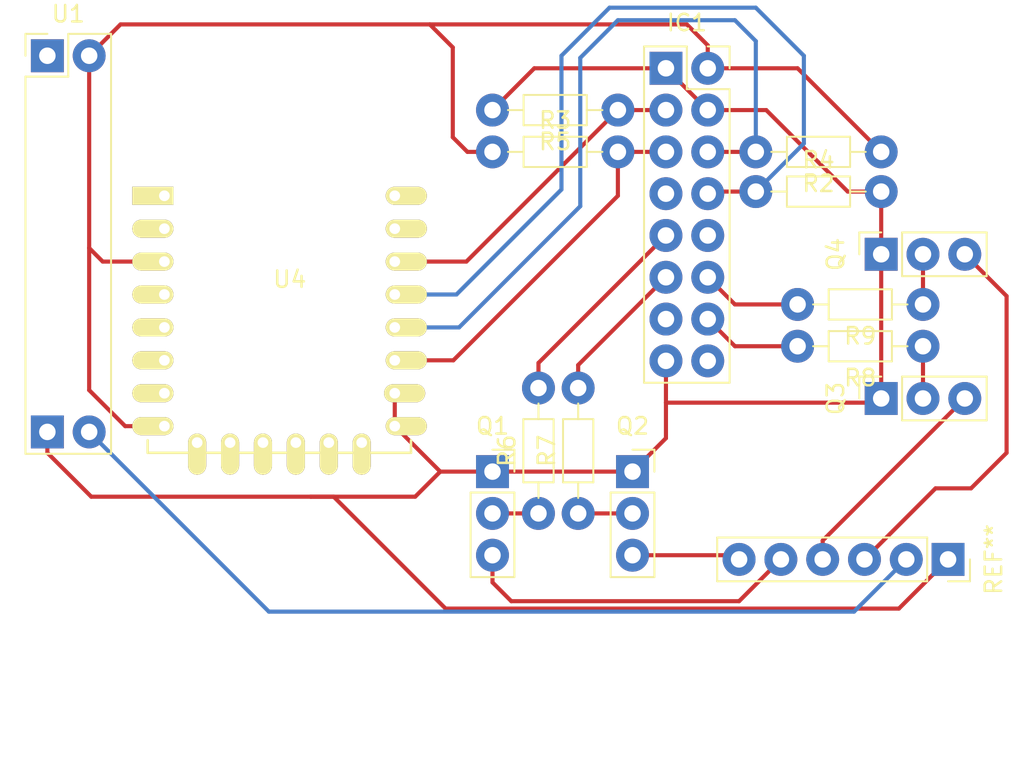
<source format=kicad_pcb>
(kicad_pcb (version 20171130) (host pcbnew "(5.1.6)-1")

  (general
    (thickness 1.6)
    (drawings 0)
    (tracks 96)
    (zones 0)
    (modules 16)
    (nets 34)
  )

  (page A4)
  (layers
    (0 F.Cu signal)
    (31 B.Cu signal)
    (32 B.Adhes user)
    (33 F.Adhes user)
    (34 B.Paste user)
    (35 F.Paste user)
    (36 B.SilkS user)
    (37 F.SilkS user)
    (38 B.Mask user)
    (39 F.Mask user)
    (40 Dwgs.User user)
    (41 Cmts.User user)
    (42 Eco1.User user)
    (43 Eco2.User user)
    (44 Edge.Cuts user)
    (45 Margin user)
    (46 B.CrtYd user)
    (47 F.CrtYd user)
    (48 B.Fab user)
    (49 F.Fab user)
  )

  (setup
    (last_trace_width 0.25)
    (trace_clearance 0.2)
    (zone_clearance 0.508)
    (zone_45_only no)
    (trace_min 0.2)
    (via_size 0.8)
    (via_drill 0.4)
    (via_min_size 0.4)
    (via_min_drill 0.3)
    (uvia_size 0.3)
    (uvia_drill 0.1)
    (uvias_allowed no)
    (uvia_min_size 0.2)
    (uvia_min_drill 0.1)
    (edge_width 0.15)
    (segment_width 0.2)
    (pcb_text_width 0.3)
    (pcb_text_size 1.5 1.5)
    (mod_edge_width 0.15)
    (mod_text_size 1 1)
    (mod_text_width 0.15)
    (pad_size 2 2)
    (pad_drill 1)
    (pad_to_mask_clearance 0.051)
    (solder_mask_min_width 0.25)
    (aux_axis_origin 0 0)
    (visible_elements 7FFFFFFF)
    (pcbplotparams
      (layerselection 0x010fc_ffffffff)
      (usegerberextensions false)
      (usegerberattributes false)
      (usegerberadvancedattributes false)
      (creategerberjobfile false)
      (excludeedgelayer true)
      (linewidth 0.100000)
      (plotframeref false)
      (viasonmask false)
      (mode 1)
      (useauxorigin false)
      (hpglpennumber 1)
      (hpglpenspeed 20)
      (hpglpendiameter 15.000000)
      (psnegative false)
      (psa4output false)
      (plotreference true)
      (plotvalue true)
      (plotinvisibletext false)
      (padsonsilk false)
      (subtractmaskfromsilk false)
      (outputformat 1)
      (mirror false)
      (drillshape 1)
      (scaleselection 1)
      (outputdirectory ""))
  )

  (net 0 "")
  (net 1 "Net-(IC1-Pad2)")
  (net 2 "Net-(IC1-Pad3)")
  (net 3 "Net-(IC1-Pad4)")
  (net 4 "Net-(IC1-Pad5)")
  (net 5 "Net-(IC1-Pad6)")
  (net 6 "Net-(IC1-Pad7)")
  (net 7 "Net-(IC1-Pad9)")
  (net 8 "Net-(IC1-Pad10)")
  (net 9 "Net-(IC1-Pad11)")
  (net 10 "Net-(IC1-Pad12)")
  (net 11 "Net-(IC1-Pad13)")
  (net 12 "Net-(IC1-Pad14)")
  (net 13 "Net-(IC1-Pad16)")
  (net 14 "Net-(Q1-Pad2)")
  (net 15 "Net-(Q2-Pad2)")
  (net 16 "Net-(Q3-Pad2)")
  (net 17 "Net-(Q4-Pad2)")
  (net 18 GND)
  (net 19 +5V)
  (net 20 "Net-(U4-Pad1)")
  (net 21 "Net-(U4-Pad2)")
  (net 22 "Net-(U4-Pad4)")
  (net 23 "Net-(U4-Pad5)")
  (net 24 "Net-(U4-Pad6)")
  (net 25 "Net-(U4-Pad7)")
  (net 26 "Net-(U4-Pad9)")
  (net 27 "Net-(U4-Pad10)")
  (net 28 "Net-(U4-Pad11)")
  (net 29 "Net-(U4-Pad12)")
  (net 30 "Net-(U4-Pad13)")
  (net 31 "Net-(U4-Pad14)")
  (net 32 "Net-(U4-Pad21)")
  (net 33 "Net-(U4-Pad22)")

  (net_class Default "To jest domyślna klasa połączeń."
    (clearance 0.2)
    (trace_width 0.25)
    (via_dia 0.8)
    (via_drill 0.4)
    (uvia_dia 0.3)
    (uvia_drill 0.1)
    (add_net +5V)
    (add_net GND)
    (add_net "Net-(IC1-Pad10)")
    (add_net "Net-(IC1-Pad11)")
    (add_net "Net-(IC1-Pad12)")
    (add_net "Net-(IC1-Pad13)")
    (add_net "Net-(IC1-Pad14)")
    (add_net "Net-(IC1-Pad16)")
    (add_net "Net-(IC1-Pad2)")
    (add_net "Net-(IC1-Pad3)")
    (add_net "Net-(IC1-Pad4)")
    (add_net "Net-(IC1-Pad5)")
    (add_net "Net-(IC1-Pad6)")
    (add_net "Net-(IC1-Pad7)")
    (add_net "Net-(IC1-Pad9)")
    (add_net "Net-(Q1-Pad2)")
    (add_net "Net-(Q2-Pad2)")
    (add_net "Net-(Q3-Pad2)")
    (add_net "Net-(Q4-Pad2)")
    (add_net "Net-(U4-Pad1)")
    (add_net "Net-(U4-Pad10)")
    (add_net "Net-(U4-Pad11)")
    (add_net "Net-(U4-Pad12)")
    (add_net "Net-(U4-Pad13)")
    (add_net "Net-(U4-Pad14)")
    (add_net "Net-(U4-Pad2)")
    (add_net "Net-(U4-Pad21)")
    (add_net "Net-(U4-Pad22)")
    (add_net "Net-(U4-Pad4)")
    (add_net "Net-(U4-Pad5)")
    (add_net "Net-(U4-Pad6)")
    (add_net "Net-(U4-Pad7)")
    (add_net "Net-(U4-Pad9)")
  )

  (module Connector_PinSocket_2.54mm:PinSocket_1x06_P2.54mm_Vertical (layer F.Cu) (tedit 5FAC32B5) (tstamp 5FACB395)
    (at 81.661 52.324 270)
    (descr "Through hole straight socket strip, 1x06, 2.54mm pitch, single row (from Kicad 4.0.7), script generated")
    (tags "Through hole socket strip THT 1x06 2.54mm single row")
    (fp_text reference REF** (at 0 -2.77 90) (layer F.SilkS)
      (effects (font (size 1 1) (thickness 0.15)))
    )
    (fp_text value PinSocket_1x06_P2.54mm_Vertical (at 0 15.47 90) (layer F.Fab)
      (effects (font (size 1 1) (thickness 0.15)))
    )
    (fp_text user %R (at 0 6.35) (layer F.Fab)
      (effects (font (size 1 1) (thickness 0.15)))
    )
    (fp_line (start -1.27 -1.27) (end 0.635 -1.27) (layer F.Fab) (width 0.1))
    (fp_line (start 0.635 -1.27) (end 1.27 -0.635) (layer F.Fab) (width 0.1))
    (fp_line (start 1.27 -0.635) (end 1.27 13.97) (layer F.Fab) (width 0.1))
    (fp_line (start 1.27 13.97) (end -1.27 13.97) (layer F.Fab) (width 0.1))
    (fp_line (start -1.27 13.97) (end -1.27 -1.27) (layer F.Fab) (width 0.1))
    (fp_line (start -1.33 1.27) (end 1.33 1.27) (layer F.SilkS) (width 0.12))
    (fp_line (start -1.33 1.27) (end -1.33 14.03) (layer F.SilkS) (width 0.12))
    (fp_line (start -1.33 14.03) (end 1.33 14.03) (layer F.SilkS) (width 0.12))
    (fp_line (start 1.33 1.27) (end 1.33 14.03) (layer F.SilkS) (width 0.12))
    (fp_line (start 1.33 -1.33) (end 1.33 0) (layer F.SilkS) (width 0.12))
    (fp_line (start 0 -1.33) (end 1.33 -1.33) (layer F.SilkS) (width 0.12))
    (fp_line (start -1.8 -1.8) (end 1.75 -1.8) (layer F.CrtYd) (width 0.05))
    (fp_line (start 1.75 -1.8) (end 1.75 14.45) (layer F.CrtYd) (width 0.05))
    (fp_line (start 1.75 14.45) (end -1.8 14.45) (layer F.CrtYd) (width 0.05))
    (fp_line (start -1.8 14.45) (end -1.8 -1.8) (layer F.CrtYd) (width 0.05))
    (pad 6 thru_hole oval (at 0 12.7 270) (size 2 2) (drill 1) (layers *.Cu *.Mask))
    (pad 5 thru_hole oval (at 0 10.16 270) (size 2 2) (drill 1) (layers *.Cu *.Mask))
    (pad 4 thru_hole oval (at 0 7.62 270) (size 2 2) (drill 1) (layers *.Cu *.Mask))
    (pad 3 thru_hole oval (at 0 5.08 270) (size 2 2) (drill 1) (layers *.Cu *.Mask))
    (pad 2 thru_hole oval (at 0 2.54 270) (size 2 2) (drill 1) (layers *.Cu *.Mask)
      (net 19 +5V))
    (pad 1 thru_hole rect (at 0 0 270) (size 2 2) (drill 1) (layers *.Cu *.Mask)
      (net 18 GND))
    (model ${KISYS3DMOD}/Connector_PinSocket_2.54mm.3dshapes/PinSocket_1x06_P2.54mm_Vertical.wrl
      (at (xyz 0 0 0))
      (scale (xyz 1 1 1))
      (rotate (xyz 0 0 0))
    )
  )

  (module "Arduino Relay:5v to 3.3v" (layer F.Cu) (tedit 5FAC3301) (tstamp 5FAC84D9)
    (at 28.194 33.147)
    (path /5E8BAE73)
    (fp_text reference U1 (at 0 -13.97) (layer F.SilkS)
      (effects (font (size 1 1) (thickness 0.15)))
    )
    (fp_text value "5V to 3.3V" (at 0 13.97) (layer F.Fab)
      (effects (font (size 1 1) (thickness 0.15)))
    )
    (fp_line (start -2.6 12.76) (end 2.6 12.76) (layer F.SilkS) (width 0.12))
    (fp_line (start -2.54 12.7) (end -2.54 -11.43) (layer F.Fab) (width 0.1))
    (fp_line (start 2.54 12.7) (end -2.54 12.7) (layer F.Fab) (width 0.1))
    (fp_line (start 2.6 -12.76) (end 2.6 12.76) (layer F.SilkS) (width 0.12))
    (fp_line (start -2.6 -10.16) (end 0 -10.16) (layer F.SilkS) (width 0.12))
    (fp_line (start -2.6 -10.16) (end -2.6 12.76) (layer F.SilkS) (width 0.12))
    (fp_line (start -3.07 13.22) (end 3.08 13.22) (layer F.CrtYd) (width 0.05))
    (fp_line (start 0 -12.76) (end 2.6 -12.76) (layer F.SilkS) (width 0.12))
    (fp_line (start -2.54 -11.43) (end -1.27 -12.7) (layer F.Fab) (width 0.1))
    (fp_line (start -3.07 -13.23) (end -3.07 13.22) (layer F.CrtYd) (width 0.05))
    (fp_line (start 2.54 -12.7) (end 2.54 12.7) (layer F.Fab) (width 0.1))
    (fp_line (start -2.6 -11.43) (end -2.6 -12.76) (layer F.SilkS) (width 0.12))
    (fp_line (start 3.08 13.22) (end 3.08 -13.23) (layer F.CrtYd) (width 0.05))
    (fp_line (start 0 -10.16) (end 0 -12.76) (layer F.SilkS) (width 0.12))
    (fp_line (start -2.6 -12.76) (end -1.27 -12.76) (layer F.SilkS) (width 0.12))
    (fp_line (start 3.08 -13.23) (end -3.07 -13.23) (layer F.CrtYd) (width 0.05))
    (fp_line (start -1.27 -12.7) (end 2.54 -12.7) (layer F.Fab) (width 0.1))
    (pad 1 thru_hole rect (at -1.27 -11.43) (size 2 2) (drill 1) (layers *.Cu *.Mask))
    (pad 2 thru_hole circle (at 1.27 -11.43) (size 2 2) (drill 1) (layers *.Cu *.Mask)
      (net 13 "Net-(IC1-Pad16)"))
    (pad 3 thru_hole circle (at 1.27 11.43) (size 2 2) (drill 1) (layers *.Cu *.Mask)
      (net 19 +5V))
    (pad 1 thru_hole rect (at -1.27 11.43) (size 2 2) (drill 1) (layers *.Cu *.Mask)
      (net 18 GND))
  )

  (module ESP8266:ESP-12E (layer F.Cu) (tedit 5F22A2F5) (tstamp 5FAC35A5)
    (at 34.036 30.226)
    (descr "Module, ESP-8266, ESP-12, 16 pad, SMD")
    (tags "Module ESP-8266 ESP8266")
    (path /5E91CB58)
    (fp_text reference U4 (at 7.62 5.08) (layer F.SilkS)
      (effects (font (size 1 1) (thickness 0.15)))
    )
    (fp_text value ESP-12F (at 8.255 -10.541) (layer F.Fab)
      (effects (font (size 1 1) (thickness 0.15)))
    )
    (fp_text user %R (at 0.49 -0.8) (layer F.Fab)
      (effects (font (size 1 1) (thickness 0.15)))
    )
    (fp_text user "No Copper" (at 6.892 -5.4) (layer F.CrtYd)
      (effects (font (size 1 1) (thickness 0.15)))
    )
    (fp_line (start -1.008 -8.4) (end 14.992 -8.4) (layer F.Fab) (width 0.05))
    (fp_line (start -1.008 15.6) (end -1.008 -8.4) (layer F.Fab) (width 0.05))
    (fp_line (start 14.992 15.6) (end -1.008 15.6) (layer F.Fab) (width 0.05))
    (fp_line (start 15 -8.4) (end 15 15.6) (layer F.Fab) (width 0.05))
    (fp_line (start -1.008 -2.6) (end 14.992 -2.6) (layer F.CrtYd) (width 0.1524))
    (fp_line (start -1.008 -8.4) (end 14.992 -2.6) (layer F.CrtYd) (width 0.1524))
    (fp_line (start 14.992 -8.4) (end -1.008 -2.6) (layer F.CrtYd) (width 0.1524))
    (fp_line (start 14.986 15.621) (end 14.986 14.859) (layer F.SilkS) (width 0.1524))
    (fp_line (start -1.016 15.621) (end 14.986 15.621) (layer F.SilkS) (width 0.1524))
    (fp_line (start -1.016 14.859) (end -1.016 15.621) (layer F.SilkS) (width 0.1524))
    (fp_line (start -1.016 -8.382) (end -1.016 -1.016) (layer F.CrtYd) (width 0.1524))
    (fp_line (start 14.986 -8.382) (end 14.986 -0.889) (layer F.CrtYd) (width 0.1524))
    (fp_line (start -1.016 -8.382) (end 14.986 -8.382) (layer F.CrtYd) (width 0.1524))
    (fp_line (start -2.25 16) (end -2.25 -0.5) (layer F.CrtYd) (width 0.05))
    (fp_line (start 16.25 16) (end -2.25 16) (layer F.CrtYd) (width 0.05))
    (fp_line (start 16.25 -8.75) (end 16.25 16) (layer F.CrtYd) (width 0.05))
    (fp_line (start 15.25 -8.75) (end 16.25 -8.75) (layer F.CrtYd) (width 0.05))
    (fp_line (start -2.25 -8.75) (end 15.25 -8.75) (layer F.CrtYd) (width 0.05))
    (fp_line (start -2.25 -0.5) (end -2.25 -8.75) (layer F.CrtYd) (width 0.05))
    (pad 14 thru_hole oval (at 11.99 15 90) (size 2.5 1.1) (drill 0.65 (offset -0.7 0)) (layers *.Cu *.Mask F.SilkS)
      (net 31 "Net-(U4-Pad14)"))
    (pad 13 thru_hole oval (at 9.99 15 90) (size 2.5 1.1) (drill 0.65 (offset -0.7 0)) (layers *.Cu *.Mask F.SilkS)
      (net 30 "Net-(U4-Pad13)"))
    (pad 12 thru_hole oval (at 7.99 15 90) (size 2.5 1.1) (drill 0.65 (offset -0.7 0)) (layers *.Cu *.Mask F.SilkS)
      (net 29 "Net-(U4-Pad12)"))
    (pad 11 thru_hole oval (at 5.99 15 90) (size 2.5 1.1) (drill 0.65 (offset -0.7 0)) (layers *.Cu *.Mask F.SilkS)
      (net 28 "Net-(U4-Pad11)"))
    (pad 10 thru_hole oval (at 3.99 15 90) (size 2.5 1.1) (drill 0.65 (offset -0.7 0)) (layers *.Cu *.Mask F.SilkS)
      (net 27 "Net-(U4-Pad10)"))
    (pad 9 thru_hole oval (at 1.99 15 90) (size 2.5 1.1) (drill 0.65 (offset -0.7 0)) (layers *.Cu *.Mask F.SilkS)
      (net 26 "Net-(U4-Pad9)"))
    (pad 22 thru_hole oval (at 14 0) (size 2.5 1.1) (drill 0.65 (offset 0.7 0)) (layers *.Cu *.Mask F.SilkS)
      (net 33 "Net-(U4-Pad22)"))
    (pad 21 thru_hole oval (at 14 2) (size 2.5 1.1) (drill 0.65 (offset 0.7 0)) (layers *.Cu *.Mask F.SilkS)
      (net 32 "Net-(U4-Pad21)"))
    (pad 20 thru_hole oval (at 14 4) (size 2.5 1.1) (drill 0.65 (offset 0.7 0)) (layers *.Cu *.Mask F.SilkS)
      (net 12 "Net-(IC1-Pad14)"))
    (pad 19 thru_hole oval (at 14 6) (size 2.5 1.1) (drill 0.65 (offset 0.7 0)) (layers *.Cu *.Mask F.SilkS)
      (net 2 "Net-(IC1-Pad3)"))
    (pad 18 thru_hole oval (at 14 8) (size 2.5 1.1) (drill 0.65 (offset 0.7 0)) (layers *.Cu *.Mask F.SilkS)
      (net 1 "Net-(IC1-Pad2)"))
    (pad 17 thru_hole oval (at 14 10) (size 2.5 1.1) (drill 0.65 (offset 0.7 0)) (layers *.Cu *.Mask F.SilkS)
      (net 11 "Net-(IC1-Pad13)"))
    (pad 16 thru_hole oval (at 14 12) (size 2.5 1.1) (drill 0.65 (offset 0.6 0)) (layers *.Cu *.Mask F.SilkS)
      (net 18 GND))
    (pad 15 thru_hole oval (at 14 14) (size 2.5 1.1) (drill 0.65 (offset 0.7 0)) (layers *.Cu *.Mask F.SilkS)
      (net 18 GND))
    (pad 8 thru_hole oval (at 0 14) (size 2.5 1.1) (drill 0.65 (offset -0.7 0)) (layers *.Cu *.Mask F.SilkS)
      (net 13 "Net-(IC1-Pad16)"))
    (pad 7 thru_hole oval (at 0 12) (size 2.5 1.1) (drill 0.65 (offset -0.7 0)) (layers *.Cu *.Mask F.SilkS)
      (net 25 "Net-(U4-Pad7)"))
    (pad 6 thru_hole oval (at 0 10) (size 2.5 1.1) (drill 0.65 (offset -0.7 0)) (layers *.Cu *.Mask F.SilkS)
      (net 24 "Net-(U4-Pad6)"))
    (pad 5 thru_hole oval (at 0 8) (size 2.5 1.1) (drill 0.65 (offset -0.7 0)) (layers *.Cu *.Mask F.SilkS)
      (net 23 "Net-(U4-Pad5)"))
    (pad 4 thru_hole oval (at 0 6) (size 2.5 1.1) (drill 0.65 (offset -0.7 0)) (layers *.Cu *.Mask F.SilkS)
      (net 22 "Net-(U4-Pad4)"))
    (pad 3 thru_hole oval (at 0 4) (size 2.5 1.1) (drill 0.65 (offset -0.7 0)) (layers *.Cu *.Mask F.SilkS)
      (net 13 "Net-(IC1-Pad16)"))
    (pad 2 thru_hole oval (at 0 2) (size 2.5 1.1) (drill 0.65 (offset -0.7 0)) (layers *.Cu *.Mask F.SilkS)
      (net 21 "Net-(U4-Pad2)"))
    (pad 1 thru_hole rect (at 0 0) (size 2.5 1.1) (drill 0.65 (offset -0.7 0)) (layers *.Cu *.Mask F.SilkS)
      (net 20 "Net-(U4-Pad1)"))
    (model ${ESPLIB}/ESP8266.3dshapes/ESP-12E.wrl
      (at (xyz 0 0 0))
      (scale (xyz 0.3937 0.3937 0.3937))
      (rotate (xyz 0 0 0))
    )
  )

  (module Connector_PinSocket_2.54mm:PinSocket_1x03_P2.54mm_Vertical (layer F.Cu) (tedit 5FAC329E) (tstamp 5FAC3458)
    (at 53.975 46.99)
    (descr "Through hole straight socket strip, 1x03, 2.54mm pitch, single row (from Kicad 4.0.7), script generated")
    (tags "Through hole socket strip THT 1x03 2.54mm single row")
    (path /5E8BDBAC)
    (fp_text reference Q1 (at 0 -2.77) (layer F.SilkS)
      (effects (font (size 1 1) (thickness 0.15)))
    )
    (fp_text value "S9014 C331" (at 0 7.85) (layer F.Fab)
      (effects (font (size 1 1) (thickness 0.15)))
    )
    (fp_text user %R (at 0 2.54 90) (layer F.Fab)
      (effects (font (size 1 1) (thickness 0.15)))
    )
    (fp_line (start -1.8 6.85) (end -1.8 -1.8) (layer F.CrtYd) (width 0.05))
    (fp_line (start 1.75 6.85) (end -1.8 6.85) (layer F.CrtYd) (width 0.05))
    (fp_line (start 1.75 -1.8) (end 1.75 6.85) (layer F.CrtYd) (width 0.05))
    (fp_line (start -1.8 -1.8) (end 1.75 -1.8) (layer F.CrtYd) (width 0.05))
    (fp_line (start 0 -1.33) (end 1.33 -1.33) (layer F.SilkS) (width 0.12))
    (fp_line (start 1.33 -1.33) (end 1.33 0) (layer F.SilkS) (width 0.12))
    (fp_line (start 1.33 1.27) (end 1.33 6.41) (layer F.SilkS) (width 0.12))
    (fp_line (start -1.33 6.41) (end 1.33 6.41) (layer F.SilkS) (width 0.12))
    (fp_line (start -1.33 1.27) (end -1.33 6.41) (layer F.SilkS) (width 0.12))
    (fp_line (start -1.33 1.27) (end 1.33 1.27) (layer F.SilkS) (width 0.12))
    (fp_line (start -1.27 6.35) (end -1.27 -1.27) (layer F.Fab) (width 0.1))
    (fp_line (start 1.27 6.35) (end -1.27 6.35) (layer F.Fab) (width 0.1))
    (fp_line (start 1.27 -0.635) (end 1.27 6.35) (layer F.Fab) (width 0.1))
    (fp_line (start 0.635 -1.27) (end 1.27 -0.635) (layer F.Fab) (width 0.1))
    (fp_line (start -1.27 -1.27) (end 0.635 -1.27) (layer F.Fab) (width 0.1))
    (pad 3 thru_hole circle (at 0 5.08) (size 2 2) (drill 1) (layers *.Cu *.Mask))
    (pad 2 thru_hole circle (at 0 2.54) (size 2 2) (drill 1) (layers *.Cu *.Mask)
      (net 14 "Net-(Q1-Pad2)"))
    (pad 1 thru_hole rect (at 0 0) (size 2 2) (drill 1) (layers *.Cu *.Mask)
      (net 18 GND))
    (model ${KISYS3DMOD}/Connector_PinSocket_2.54mm.3dshapes/PinSocket_1x03_P2.54mm_Vertical.wrl
      (at (xyz 0 0 0))
      (scale (xyz 1 1 1))
      (rotate (xyz 0 0 0))
    )
  )

  (module Connector_PinSocket_2.54mm:PinSocket_1x03_P2.54mm_Vertical (layer F.Cu) (tedit 5FAC3299) (tstamp 5FAC346F)
    (at 62.484 46.99)
    (descr "Through hole straight socket strip, 1x03, 2.54mm pitch, single row (from Kicad 4.0.7), script generated")
    (tags "Through hole socket strip THT 1x03 2.54mm single row")
    (path /5E8BDD34)
    (fp_text reference Q2 (at 0 -2.77) (layer F.SilkS)
      (effects (font (size 1 1) (thickness 0.15)))
    )
    (fp_text value "S9014 C331" (at 0 7.85) (layer F.Fab)
      (effects (font (size 1 1) (thickness 0.15)))
    )
    (fp_line (start -1.27 -1.27) (end 0.635 -1.27) (layer F.Fab) (width 0.1))
    (fp_line (start 0.635 -1.27) (end 1.27 -0.635) (layer F.Fab) (width 0.1))
    (fp_line (start 1.27 -0.635) (end 1.27 6.35) (layer F.Fab) (width 0.1))
    (fp_line (start 1.27 6.35) (end -1.27 6.35) (layer F.Fab) (width 0.1))
    (fp_line (start -1.27 6.35) (end -1.27 -1.27) (layer F.Fab) (width 0.1))
    (fp_line (start -1.33 1.27) (end 1.33 1.27) (layer F.SilkS) (width 0.12))
    (fp_line (start -1.33 1.27) (end -1.33 6.41) (layer F.SilkS) (width 0.12))
    (fp_line (start -1.33 6.41) (end 1.33 6.41) (layer F.SilkS) (width 0.12))
    (fp_line (start 1.33 1.27) (end 1.33 6.41) (layer F.SilkS) (width 0.12))
    (fp_line (start 1.33 -1.33) (end 1.33 0) (layer F.SilkS) (width 0.12))
    (fp_line (start 0 -1.33) (end 1.33 -1.33) (layer F.SilkS) (width 0.12))
    (fp_line (start -1.8 -1.8) (end 1.75 -1.8) (layer F.CrtYd) (width 0.05))
    (fp_line (start 1.75 -1.8) (end 1.75 6.85) (layer F.CrtYd) (width 0.05))
    (fp_line (start 1.75 6.85) (end -1.8 6.85) (layer F.CrtYd) (width 0.05))
    (fp_line (start -1.8 6.85) (end -1.8 -1.8) (layer F.CrtYd) (width 0.05))
    (fp_text user %R (at 0 2.54 90) (layer F.Fab)
      (effects (font (size 1 1) (thickness 0.15)))
    )
    (pad 1 thru_hole rect (at 0 0) (size 2 2) (drill 1) (layers *.Cu *.Mask)
      (net 18 GND))
    (pad 2 thru_hole circle (at 0 2.54) (size 2 2) (drill 1) (layers *.Cu *.Mask)
      (net 15 "Net-(Q2-Pad2)"))
    (pad 3 thru_hole circle (at 0 5.08) (size 2 2) (drill 1) (layers *.Cu *.Mask))
    (model ${KISYS3DMOD}/Connector_PinSocket_2.54mm.3dshapes/PinSocket_1x03_P2.54mm_Vertical.wrl
      (at (xyz 0 0 0))
      (scale (xyz 1 1 1))
      (rotate (xyz 0 0 0))
    )
  )

  (module Connector_PinSocket_2.54mm:PinSocket_1x03_P2.54mm_Vertical (layer F.Cu) (tedit 5FAC32A3) (tstamp 5FAC3486)
    (at 77.597 42.545 90)
    (descr "Through hole straight socket strip, 1x03, 2.54mm pitch, single row (from Kicad 4.0.7), script generated")
    (tags "Through hole socket strip THT 1x03 2.54mm single row")
    (path /5E8BE14A)
    (fp_text reference Q3 (at 0 -2.77 90) (layer F.SilkS)
      (effects (font (size 1 1) (thickness 0.15)))
    )
    (fp_text value "S9014 C331" (at 0 7.85 90) (layer F.Fab)
      (effects (font (size 1 1) (thickness 0.15)))
    )
    (fp_text user %R (at 0 2.54) (layer F.Fab)
      (effects (font (size 1 1) (thickness 0.15)))
    )
    (fp_line (start -1.8 6.85) (end -1.8 -1.8) (layer F.CrtYd) (width 0.05))
    (fp_line (start 1.75 6.85) (end -1.8 6.85) (layer F.CrtYd) (width 0.05))
    (fp_line (start 1.75 -1.8) (end 1.75 6.85) (layer F.CrtYd) (width 0.05))
    (fp_line (start -1.8 -1.8) (end 1.75 -1.8) (layer F.CrtYd) (width 0.05))
    (fp_line (start 0 -1.33) (end 1.33 -1.33) (layer F.SilkS) (width 0.12))
    (fp_line (start 1.33 -1.33) (end 1.33 0) (layer F.SilkS) (width 0.12))
    (fp_line (start 1.33 1.27) (end 1.33 6.41) (layer F.SilkS) (width 0.12))
    (fp_line (start -1.33 6.41) (end 1.33 6.41) (layer F.SilkS) (width 0.12))
    (fp_line (start -1.33 1.27) (end -1.33 6.41) (layer F.SilkS) (width 0.12))
    (fp_line (start -1.33 1.27) (end 1.33 1.27) (layer F.SilkS) (width 0.12))
    (fp_line (start -1.27 6.35) (end -1.27 -1.27) (layer F.Fab) (width 0.1))
    (fp_line (start 1.27 6.35) (end -1.27 6.35) (layer F.Fab) (width 0.1))
    (fp_line (start 1.27 -0.635) (end 1.27 6.35) (layer F.Fab) (width 0.1))
    (fp_line (start 0.635 -1.27) (end 1.27 -0.635) (layer F.Fab) (width 0.1))
    (fp_line (start -1.27 -1.27) (end 0.635 -1.27) (layer F.Fab) (width 0.1))
    (pad 3 thru_hole circle (at 0 5.08 90) (size 2 2) (drill 1) (layers *.Cu *.Mask))
    (pad 2 thru_hole circle (at 0 2.54 90) (size 2 2) (drill 1) (layers *.Cu *.Mask)
      (net 16 "Net-(Q3-Pad2)"))
    (pad 1 thru_hole rect (at 0 0 90) (size 2 2) (drill 1) (layers *.Cu *.Mask)
      (net 18 GND))
    (model ${KISYS3DMOD}/Connector_PinSocket_2.54mm.3dshapes/PinSocket_1x03_P2.54mm_Vertical.wrl
      (at (xyz 0 0 0))
      (scale (xyz 1 1 1))
      (rotate (xyz 0 0 0))
    )
  )

  (module Connector_PinSocket_2.54mm:PinSocket_1x03_P2.54mm_Vertical (layer F.Cu) (tedit 5FAC32A7) (tstamp 5FAC349D)
    (at 77.597 33.782 90)
    (descr "Through hole straight socket strip, 1x03, 2.54mm pitch, single row (from Kicad 4.0.7), script generated")
    (tags "Through hole socket strip THT 1x03 2.54mm single row")
    (path /5E8BE556)
    (fp_text reference Q4 (at 0 -2.77 90) (layer F.SilkS)
      (effects (font (size 1 1) (thickness 0.15)))
    )
    (fp_text value "S9014 C331" (at 0 7.85 90) (layer F.Fab)
      (effects (font (size 1 1) (thickness 0.15)))
    )
    (fp_line (start -1.27 -1.27) (end 0.635 -1.27) (layer F.Fab) (width 0.1))
    (fp_line (start 0.635 -1.27) (end 1.27 -0.635) (layer F.Fab) (width 0.1))
    (fp_line (start 1.27 -0.635) (end 1.27 6.35) (layer F.Fab) (width 0.1))
    (fp_line (start 1.27 6.35) (end -1.27 6.35) (layer F.Fab) (width 0.1))
    (fp_line (start -1.27 6.35) (end -1.27 -1.27) (layer F.Fab) (width 0.1))
    (fp_line (start -1.33 1.27) (end 1.33 1.27) (layer F.SilkS) (width 0.12))
    (fp_line (start -1.33 1.27) (end -1.33 6.41) (layer F.SilkS) (width 0.12))
    (fp_line (start -1.33 6.41) (end 1.33 6.41) (layer F.SilkS) (width 0.12))
    (fp_line (start 1.33 1.27) (end 1.33 6.41) (layer F.SilkS) (width 0.12))
    (fp_line (start 1.33 -1.33) (end 1.33 0) (layer F.SilkS) (width 0.12))
    (fp_line (start 0 -1.33) (end 1.33 -1.33) (layer F.SilkS) (width 0.12))
    (fp_line (start -1.8 -1.8) (end 1.75 -1.8) (layer F.CrtYd) (width 0.05))
    (fp_line (start 1.75 -1.8) (end 1.75 6.85) (layer F.CrtYd) (width 0.05))
    (fp_line (start 1.75 6.85) (end -1.8 6.85) (layer F.CrtYd) (width 0.05))
    (fp_line (start -1.8 6.85) (end -1.8 -1.8) (layer F.CrtYd) (width 0.05))
    (fp_text user %R (at 0 2.54) (layer F.Fab)
      (effects (font (size 1 1) (thickness 0.15)))
    )
    (pad 1 thru_hole rect (at 0 0 90) (size 2 2) (drill 1) (layers *.Cu *.Mask)
      (net 18 GND))
    (pad 2 thru_hole circle (at 0 2.54 90) (size 2 2) (drill 1) (layers *.Cu *.Mask)
      (net 17 "Net-(Q4-Pad2)"))
    (pad 3 thru_hole circle (at 0 5.08 90) (size 2 2) (drill 1) (layers *.Cu *.Mask))
    (model ${KISYS3DMOD}/Connector_PinSocket_2.54mm.3dshapes/PinSocket_1x03_P2.54mm_Vertical.wrl
      (at (xyz 0 0 0))
      (scale (xyz 1 1 1))
      (rotate (xyz 0 0 0))
    )
  )

  (module Resistor_THT:R_Axial_DIN0204_L3.6mm_D1.6mm_P7.62mm_Horizontal (layer F.Cu) (tedit 5F9C4AC3) (tstamp 5FAC34B4)
    (at 77.597 27.559 180)
    (descr "Resistor, Axial_DIN0204 series, Axial, Horizontal, pin pitch=7.62mm, 0.167W, length*diameter=3.6*1.6mm^2, http://cdn-reichelt.de/documents/datenblatt/B400/1_4W%23YAG.pdf")
    (tags "Resistor Axial_DIN0204 series Axial Horizontal pin pitch 7.62mm 0.167W length 3.6mm diameter 1.6mm")
    (path /5F8E9A36)
    (fp_text reference R2 (at 3.81 -1.92) (layer F.SilkS)
      (effects (font (size 1 1) (thickness 0.15)))
    )
    (fp_text value 4k7 (at 3.81 1.92) (layer F.Fab)
      (effects (font (size 1 1) (thickness 0.15)))
    )
    (fp_line (start 2.01 -0.8) (end 2.01 0.8) (layer F.Fab) (width 0.1))
    (fp_line (start 2.01 0.8) (end 5.61 0.8) (layer F.Fab) (width 0.1))
    (fp_line (start 5.61 0.8) (end 5.61 -0.8) (layer F.Fab) (width 0.1))
    (fp_line (start 5.61 -0.8) (end 2.01 -0.8) (layer F.Fab) (width 0.1))
    (fp_line (start 0 0) (end 2.01 0) (layer F.Fab) (width 0.1))
    (fp_line (start 7.62 0) (end 5.61 0) (layer F.Fab) (width 0.1))
    (fp_line (start 1.89 -0.92) (end 1.89 0.92) (layer F.SilkS) (width 0.12))
    (fp_line (start 1.89 0.92) (end 5.73 0.92) (layer F.SilkS) (width 0.12))
    (fp_line (start 5.73 0.92) (end 5.73 -0.92) (layer F.SilkS) (width 0.12))
    (fp_line (start 5.73 -0.92) (end 1.89 -0.92) (layer F.SilkS) (width 0.12))
    (fp_line (start 0.94 0) (end 1.89 0) (layer F.SilkS) (width 0.12))
    (fp_line (start 6.68 0) (end 5.73 0) (layer F.SilkS) (width 0.12))
    (fp_line (start -0.95 -1.05) (end -0.95 1.05) (layer F.CrtYd) (width 0.05))
    (fp_line (start -0.95 1.05) (end 8.57 1.05) (layer F.CrtYd) (width 0.05))
    (fp_line (start 8.57 1.05) (end 8.57 -1.05) (layer F.CrtYd) (width 0.05))
    (fp_line (start 8.57 -1.05) (end -0.95 -1.05) (layer F.CrtYd) (width 0.05))
    (fp_text user %R (at 3.81 0) (layer F.Fab)
      (effects (font (size 0.72 0.72) (thickness 0.108)))
    )
    (pad 1 thru_hole circle (at 0 0 180) (size 2 2) (drill 1) (layers *.Cu *.Mask)
      (net 13 "Net-(IC1-Pad16)"))
    (pad 2 thru_hole circle (at 7.62 0 180) (size 2 2) (drill 1) (layers *.Cu *.Mask)
      (net 1 "Net-(IC1-Pad2)"))
    (model ${KISYS3DMOD}/Resistor_THT.3dshapes/R_Axial_DIN0204_L3.6mm_D1.6mm_P7.62mm_Horizontal.wrl
      (at (xyz 0 0 0))
      (scale (xyz 1 1 1))
      (rotate (xyz 0 0 0))
    )
  )

  (module Resistor_THT:R_Axial_DIN0204_L3.6mm_D1.6mm_P7.62mm_Horizontal (layer F.Cu) (tedit 5F9C4AC3) (tstamp 5FAC34CB)
    (at 53.975 27.559)
    (descr "Resistor, Axial_DIN0204 series, Axial, Horizontal, pin pitch=7.62mm, 0.167W, length*diameter=3.6*1.6mm^2, http://cdn-reichelt.de/documents/datenblatt/B400/1_4W%23YAG.pdf")
    (tags "Resistor Axial_DIN0204 series Axial Horizontal pin pitch 7.62mm 0.167W length 3.6mm diameter 1.6mm")
    (path /5F8E9B22)
    (fp_text reference R3 (at 3.81 -1.92) (layer F.SilkS)
      (effects (font (size 1 1) (thickness 0.15)))
    )
    (fp_text value 4k7 (at 3.81 1.92) (layer F.Fab)
      (effects (font (size 1 1) (thickness 0.15)))
    )
    (fp_line (start 2.01 -0.8) (end 2.01 0.8) (layer F.Fab) (width 0.1))
    (fp_line (start 2.01 0.8) (end 5.61 0.8) (layer F.Fab) (width 0.1))
    (fp_line (start 5.61 0.8) (end 5.61 -0.8) (layer F.Fab) (width 0.1))
    (fp_line (start 5.61 -0.8) (end 2.01 -0.8) (layer F.Fab) (width 0.1))
    (fp_line (start 0 0) (end 2.01 0) (layer F.Fab) (width 0.1))
    (fp_line (start 7.62 0) (end 5.61 0) (layer F.Fab) (width 0.1))
    (fp_line (start 1.89 -0.92) (end 1.89 0.92) (layer F.SilkS) (width 0.12))
    (fp_line (start 1.89 0.92) (end 5.73 0.92) (layer F.SilkS) (width 0.12))
    (fp_line (start 5.73 0.92) (end 5.73 -0.92) (layer F.SilkS) (width 0.12))
    (fp_line (start 5.73 -0.92) (end 1.89 -0.92) (layer F.SilkS) (width 0.12))
    (fp_line (start 0.94 0) (end 1.89 0) (layer F.SilkS) (width 0.12))
    (fp_line (start 6.68 0) (end 5.73 0) (layer F.SilkS) (width 0.12))
    (fp_line (start -0.95 -1.05) (end -0.95 1.05) (layer F.CrtYd) (width 0.05))
    (fp_line (start -0.95 1.05) (end 8.57 1.05) (layer F.CrtYd) (width 0.05))
    (fp_line (start 8.57 1.05) (end 8.57 -1.05) (layer F.CrtYd) (width 0.05))
    (fp_line (start 8.57 -1.05) (end -0.95 -1.05) (layer F.CrtYd) (width 0.05))
    (fp_text user %R (at 3.81 0) (layer F.Fab)
      (effects (font (size 0.72 0.72) (thickness 0.108)))
    )
    (pad 1 thru_hole circle (at 0 0) (size 2 2) (drill 1) (layers *.Cu *.Mask)
      (net 13 "Net-(IC1-Pad16)"))
    (pad 2 thru_hole circle (at 7.62 0) (size 2 2) (drill 1) (layers *.Cu *.Mask)
      (net 11 "Net-(IC1-Pad13)"))
    (model ${KISYS3DMOD}/Resistor_THT.3dshapes/R_Axial_DIN0204_L3.6mm_D1.6mm_P7.62mm_Horizontal.wrl
      (at (xyz 0 0 0))
      (scale (xyz 1 1 1))
      (rotate (xyz 0 0 0))
    )
  )

  (module Resistor_THT:R_Axial_DIN0204_L3.6mm_D1.6mm_P7.62mm_Horizontal (layer F.Cu) (tedit 5F9C4AC3) (tstamp 5FAC34E2)
    (at 69.977 29.972)
    (descr "Resistor, Axial_DIN0204 series, Axial, Horizontal, pin pitch=7.62mm, 0.167W, length*diameter=3.6*1.6mm^2, http://cdn-reichelt.de/documents/datenblatt/B400/1_4W%23YAG.pdf")
    (tags "Resistor Axial_DIN0204 series Axial Horizontal pin pitch 7.62mm 0.167W length 3.6mm diameter 1.6mm")
    (path /5F8EAD64)
    (fp_text reference R4 (at 3.81 -1.92) (layer F.SilkS)
      (effects (font (size 1 1) (thickness 0.15)))
    )
    (fp_text value 4k7 (at 3.81 1.92) (layer F.Fab)
      (effects (font (size 1 1) (thickness 0.15)))
    )
    (fp_line (start 2.01 -0.8) (end 2.01 0.8) (layer F.Fab) (width 0.1))
    (fp_line (start 2.01 0.8) (end 5.61 0.8) (layer F.Fab) (width 0.1))
    (fp_line (start 5.61 0.8) (end 5.61 -0.8) (layer F.Fab) (width 0.1))
    (fp_line (start 5.61 -0.8) (end 2.01 -0.8) (layer F.Fab) (width 0.1))
    (fp_line (start 0 0) (end 2.01 0) (layer F.Fab) (width 0.1))
    (fp_line (start 7.62 0) (end 5.61 0) (layer F.Fab) (width 0.1))
    (fp_line (start 1.89 -0.92) (end 1.89 0.92) (layer F.SilkS) (width 0.12))
    (fp_line (start 1.89 0.92) (end 5.73 0.92) (layer F.SilkS) (width 0.12))
    (fp_line (start 5.73 0.92) (end 5.73 -0.92) (layer F.SilkS) (width 0.12))
    (fp_line (start 5.73 -0.92) (end 1.89 -0.92) (layer F.SilkS) (width 0.12))
    (fp_line (start 0.94 0) (end 1.89 0) (layer F.SilkS) (width 0.12))
    (fp_line (start 6.68 0) (end 5.73 0) (layer F.SilkS) (width 0.12))
    (fp_line (start -0.95 -1.05) (end -0.95 1.05) (layer F.CrtYd) (width 0.05))
    (fp_line (start -0.95 1.05) (end 8.57 1.05) (layer F.CrtYd) (width 0.05))
    (fp_line (start 8.57 1.05) (end 8.57 -1.05) (layer F.CrtYd) (width 0.05))
    (fp_line (start 8.57 -1.05) (end -0.95 -1.05) (layer F.CrtYd) (width 0.05))
    (fp_text user %R (at 3.81 0) (layer F.Fab)
      (effects (font (size 0.72 0.72) (thickness 0.108)))
    )
    (pad 1 thru_hole circle (at 0 0) (size 2 2) (drill 1) (layers *.Cu *.Mask)
      (net 2 "Net-(IC1-Pad3)"))
    (pad 2 thru_hole circle (at 7.62 0) (size 2 2) (drill 1) (layers *.Cu *.Mask)
      (net 18 GND))
    (model ${KISYS3DMOD}/Resistor_THT.3dshapes/R_Axial_DIN0204_L3.6mm_D1.6mm_P7.62mm_Horizontal.wrl
      (at (xyz 0 0 0))
      (scale (xyz 1 1 1))
      (rotate (xyz 0 0 0))
    )
  )

  (module Resistor_THT:R_Axial_DIN0204_L3.6mm_D1.6mm_P7.62mm_Horizontal (layer F.Cu) (tedit 5F9C4AC3) (tstamp 5FAC34F9)
    (at 61.595 25.019 180)
    (descr "Resistor, Axial_DIN0204 series, Axial, Horizontal, pin pitch=7.62mm, 0.167W, length*diameter=3.6*1.6mm^2, http://cdn-reichelt.de/documents/datenblatt/B400/1_4W%23YAG.pdf")
    (tags "Resistor Axial_DIN0204 series Axial Horizontal pin pitch 7.62mm 0.167W length 3.6mm diameter 1.6mm")
    (path /5F8ED1F5)
    (fp_text reference R5 (at 3.81 -1.92) (layer F.SilkS)
      (effects (font (size 1 1) (thickness 0.15)))
    )
    (fp_text value 4k7 (at 3.81 1.92) (layer F.Fab)
      (effects (font (size 1 1) (thickness 0.15)))
    )
    (fp_line (start 2.01 -0.8) (end 2.01 0.8) (layer F.Fab) (width 0.1))
    (fp_line (start 2.01 0.8) (end 5.61 0.8) (layer F.Fab) (width 0.1))
    (fp_line (start 5.61 0.8) (end 5.61 -0.8) (layer F.Fab) (width 0.1))
    (fp_line (start 5.61 -0.8) (end 2.01 -0.8) (layer F.Fab) (width 0.1))
    (fp_line (start 0 0) (end 2.01 0) (layer F.Fab) (width 0.1))
    (fp_line (start 7.62 0) (end 5.61 0) (layer F.Fab) (width 0.1))
    (fp_line (start 1.89 -0.92) (end 1.89 0.92) (layer F.SilkS) (width 0.12))
    (fp_line (start 1.89 0.92) (end 5.73 0.92) (layer F.SilkS) (width 0.12))
    (fp_line (start 5.73 0.92) (end 5.73 -0.92) (layer F.SilkS) (width 0.12))
    (fp_line (start 5.73 -0.92) (end 1.89 -0.92) (layer F.SilkS) (width 0.12))
    (fp_line (start 0.94 0) (end 1.89 0) (layer F.SilkS) (width 0.12))
    (fp_line (start 6.68 0) (end 5.73 0) (layer F.SilkS) (width 0.12))
    (fp_line (start -0.95 -1.05) (end -0.95 1.05) (layer F.CrtYd) (width 0.05))
    (fp_line (start -0.95 1.05) (end 8.57 1.05) (layer F.CrtYd) (width 0.05))
    (fp_line (start 8.57 1.05) (end 8.57 -1.05) (layer F.CrtYd) (width 0.05))
    (fp_line (start 8.57 -1.05) (end -0.95 -1.05) (layer F.CrtYd) (width 0.05))
    (fp_text user %R (at 3.81 0) (layer F.Fab)
      (effects (font (size 0.72 0.72) (thickness 0.108)))
    )
    (pad 1 thru_hole circle (at 0 0 180) (size 2 2) (drill 1) (layers *.Cu *.Mask)
      (net 12 "Net-(IC1-Pad14)"))
    (pad 2 thru_hole circle (at 7.62 0 180) (size 2 2) (drill 1) (layers *.Cu *.Mask)
      (net 18 GND))
    (model ${KISYS3DMOD}/Resistor_THT.3dshapes/R_Axial_DIN0204_L3.6mm_D1.6mm_P7.62mm_Horizontal.wrl
      (at (xyz 0 0 0))
      (scale (xyz 1 1 1))
      (rotate (xyz 0 0 0))
    )
  )

  (module Resistor_THT:R_Axial_DIN0204_L3.6mm_D1.6mm_P7.62mm_Horizontal (layer F.Cu) (tedit 5F9C4AC3) (tstamp 5FAC3510)
    (at 56.769 49.53 90)
    (descr "Resistor, Axial_DIN0204 series, Axial, Horizontal, pin pitch=7.62mm, 0.167W, length*diameter=3.6*1.6mm^2, http://cdn-reichelt.de/documents/datenblatt/B400/1_4W%23YAG.pdf")
    (tags "Resistor Axial_DIN0204 series Axial Horizontal pin pitch 7.62mm 0.167W length 3.6mm diameter 1.6mm")
    (path /5E8BDC77)
    (fp_text reference R6 (at 3.81 -1.92 90) (layer F.SilkS)
      (effects (font (size 1 1) (thickness 0.15)))
    )
    (fp_text value 4k7 (at 3.81 1.92 90) (layer F.Fab)
      (effects (font (size 1 1) (thickness 0.15)))
    )
    (fp_text user %R (at 3.81 0 90) (layer F.Fab)
      (effects (font (size 0.72 0.72) (thickness 0.108)))
    )
    (fp_line (start 8.57 -1.05) (end -0.95 -1.05) (layer F.CrtYd) (width 0.05))
    (fp_line (start 8.57 1.05) (end 8.57 -1.05) (layer F.CrtYd) (width 0.05))
    (fp_line (start -0.95 1.05) (end 8.57 1.05) (layer F.CrtYd) (width 0.05))
    (fp_line (start -0.95 -1.05) (end -0.95 1.05) (layer F.CrtYd) (width 0.05))
    (fp_line (start 6.68 0) (end 5.73 0) (layer F.SilkS) (width 0.12))
    (fp_line (start 0.94 0) (end 1.89 0) (layer F.SilkS) (width 0.12))
    (fp_line (start 5.73 -0.92) (end 1.89 -0.92) (layer F.SilkS) (width 0.12))
    (fp_line (start 5.73 0.92) (end 5.73 -0.92) (layer F.SilkS) (width 0.12))
    (fp_line (start 1.89 0.92) (end 5.73 0.92) (layer F.SilkS) (width 0.12))
    (fp_line (start 1.89 -0.92) (end 1.89 0.92) (layer F.SilkS) (width 0.12))
    (fp_line (start 7.62 0) (end 5.61 0) (layer F.Fab) (width 0.1))
    (fp_line (start 0 0) (end 2.01 0) (layer F.Fab) (width 0.1))
    (fp_line (start 5.61 -0.8) (end 2.01 -0.8) (layer F.Fab) (width 0.1))
    (fp_line (start 5.61 0.8) (end 5.61 -0.8) (layer F.Fab) (width 0.1))
    (fp_line (start 2.01 0.8) (end 5.61 0.8) (layer F.Fab) (width 0.1))
    (fp_line (start 2.01 -0.8) (end 2.01 0.8) (layer F.Fab) (width 0.1))
    (pad 2 thru_hole circle (at 7.62 0 90) (size 2 2) (drill 1) (layers *.Cu *.Mask)
      (net 9 "Net-(IC1-Pad11)"))
    (pad 1 thru_hole circle (at 0 0 90) (size 2 2) (drill 1) (layers *.Cu *.Mask)
      (net 14 "Net-(Q1-Pad2)"))
    (model ${KISYS3DMOD}/Resistor_THT.3dshapes/R_Axial_DIN0204_L3.6mm_D1.6mm_P7.62mm_Horizontal.wrl
      (at (xyz 0 0 0))
      (scale (xyz 1 1 1))
      (rotate (xyz 0 0 0))
    )
  )

  (module Resistor_THT:R_Axial_DIN0204_L3.6mm_D1.6mm_P7.62mm_Horizontal (layer F.Cu) (tedit 5F9C4AC3) (tstamp 5FAC3527)
    (at 59.182 49.53 90)
    (descr "Resistor, Axial_DIN0204 series, Axial, Horizontal, pin pitch=7.62mm, 0.167W, length*diameter=3.6*1.6mm^2, http://cdn-reichelt.de/documents/datenblatt/B400/1_4W%23YAG.pdf")
    (tags "Resistor Axial_DIN0204 series Axial Horizontal pin pitch 7.62mm 0.167W length 3.6mm diameter 1.6mm")
    (path /5E8BDD3B)
    (fp_text reference R7 (at 3.81 -1.92 90) (layer F.SilkS)
      (effects (font (size 1 1) (thickness 0.15)))
    )
    (fp_text value 4k7 (at 3.81 1.92 90) (layer F.Fab)
      (effects (font (size 1 1) (thickness 0.15)))
    )
    (fp_text user %R (at 3.81 0 90) (layer F.Fab)
      (effects (font (size 0.72 0.72) (thickness 0.108)))
    )
    (fp_line (start 8.57 -1.05) (end -0.95 -1.05) (layer F.CrtYd) (width 0.05))
    (fp_line (start 8.57 1.05) (end 8.57 -1.05) (layer F.CrtYd) (width 0.05))
    (fp_line (start -0.95 1.05) (end 8.57 1.05) (layer F.CrtYd) (width 0.05))
    (fp_line (start -0.95 -1.05) (end -0.95 1.05) (layer F.CrtYd) (width 0.05))
    (fp_line (start 6.68 0) (end 5.73 0) (layer F.SilkS) (width 0.12))
    (fp_line (start 0.94 0) (end 1.89 0) (layer F.SilkS) (width 0.12))
    (fp_line (start 5.73 -0.92) (end 1.89 -0.92) (layer F.SilkS) (width 0.12))
    (fp_line (start 5.73 0.92) (end 5.73 -0.92) (layer F.SilkS) (width 0.12))
    (fp_line (start 1.89 0.92) (end 5.73 0.92) (layer F.SilkS) (width 0.12))
    (fp_line (start 1.89 -0.92) (end 1.89 0.92) (layer F.SilkS) (width 0.12))
    (fp_line (start 7.62 0) (end 5.61 0) (layer F.Fab) (width 0.1))
    (fp_line (start 0 0) (end 2.01 0) (layer F.Fab) (width 0.1))
    (fp_line (start 5.61 -0.8) (end 2.01 -0.8) (layer F.Fab) (width 0.1))
    (fp_line (start 5.61 0.8) (end 5.61 -0.8) (layer F.Fab) (width 0.1))
    (fp_line (start 2.01 0.8) (end 5.61 0.8) (layer F.Fab) (width 0.1))
    (fp_line (start 2.01 -0.8) (end 2.01 0.8) (layer F.Fab) (width 0.1))
    (pad 2 thru_hole circle (at 7.62 0 90) (size 2 2) (drill 1) (layers *.Cu *.Mask)
      (net 8 "Net-(IC1-Pad10)"))
    (pad 1 thru_hole circle (at 0 0 90) (size 2 2) (drill 1) (layers *.Cu *.Mask)
      (net 15 "Net-(Q2-Pad2)"))
    (model ${KISYS3DMOD}/Resistor_THT.3dshapes/R_Axial_DIN0204_L3.6mm_D1.6mm_P7.62mm_Horizontal.wrl
      (at (xyz 0 0 0))
      (scale (xyz 1 1 1))
      (rotate (xyz 0 0 0))
    )
  )

  (module Resistor_THT:R_Axial_DIN0204_L3.6mm_D1.6mm_P7.62mm_Horizontal (layer F.Cu) (tedit 5F9C4AC3) (tstamp 5FAC353E)
    (at 80.137 39.37 180)
    (descr "Resistor, Axial_DIN0204 series, Axial, Horizontal, pin pitch=7.62mm, 0.167W, length*diameter=3.6*1.6mm^2, http://cdn-reichelt.de/documents/datenblatt/B400/1_4W%23YAG.pdf")
    (tags "Resistor Axial_DIN0204 series Axial Horizontal pin pitch 7.62mm 0.167W length 3.6mm diameter 1.6mm")
    (path /5E8BE151)
    (fp_text reference R8 (at 3.81 -1.92) (layer F.SilkS)
      (effects (font (size 1 1) (thickness 0.15)))
    )
    (fp_text value 4k7 (at 3.81 1.92) (layer F.Fab)
      (effects (font (size 1 1) (thickness 0.15)))
    )
    (fp_text user %R (at 3.81 0) (layer F.Fab)
      (effects (font (size 0.72 0.72) (thickness 0.108)))
    )
    (fp_line (start 8.57 -1.05) (end -0.95 -1.05) (layer F.CrtYd) (width 0.05))
    (fp_line (start 8.57 1.05) (end 8.57 -1.05) (layer F.CrtYd) (width 0.05))
    (fp_line (start -0.95 1.05) (end 8.57 1.05) (layer F.CrtYd) (width 0.05))
    (fp_line (start -0.95 -1.05) (end -0.95 1.05) (layer F.CrtYd) (width 0.05))
    (fp_line (start 6.68 0) (end 5.73 0) (layer F.SilkS) (width 0.12))
    (fp_line (start 0.94 0) (end 1.89 0) (layer F.SilkS) (width 0.12))
    (fp_line (start 5.73 -0.92) (end 1.89 -0.92) (layer F.SilkS) (width 0.12))
    (fp_line (start 5.73 0.92) (end 5.73 -0.92) (layer F.SilkS) (width 0.12))
    (fp_line (start 1.89 0.92) (end 5.73 0.92) (layer F.SilkS) (width 0.12))
    (fp_line (start 1.89 -0.92) (end 1.89 0.92) (layer F.SilkS) (width 0.12))
    (fp_line (start 7.62 0) (end 5.61 0) (layer F.Fab) (width 0.1))
    (fp_line (start 0 0) (end 2.01 0) (layer F.Fab) (width 0.1))
    (fp_line (start 5.61 -0.8) (end 2.01 -0.8) (layer F.Fab) (width 0.1))
    (fp_line (start 5.61 0.8) (end 5.61 -0.8) (layer F.Fab) (width 0.1))
    (fp_line (start 2.01 0.8) (end 5.61 0.8) (layer F.Fab) (width 0.1))
    (fp_line (start 2.01 -0.8) (end 2.01 0.8) (layer F.Fab) (width 0.1))
    (pad 2 thru_hole circle (at 7.62 0 180) (size 2 2) (drill 1) (layers *.Cu *.Mask)
      (net 5 "Net-(IC1-Pad6)"))
    (pad 1 thru_hole circle (at 0 0 180) (size 2 2) (drill 1) (layers *.Cu *.Mask)
      (net 16 "Net-(Q3-Pad2)"))
    (model ${KISYS3DMOD}/Resistor_THT.3dshapes/R_Axial_DIN0204_L3.6mm_D1.6mm_P7.62mm_Horizontal.wrl
      (at (xyz 0 0 0))
      (scale (xyz 1 1 1))
      (rotate (xyz 0 0 0))
    )
  )

  (module Resistor_THT:R_Axial_DIN0204_L3.6mm_D1.6mm_P7.62mm_Horizontal (layer F.Cu) (tedit 5F9C4AC3) (tstamp 5FAC3555)
    (at 80.137 36.83 180)
    (descr "Resistor, Axial_DIN0204 series, Axial, Horizontal, pin pitch=7.62mm, 0.167W, length*diameter=3.6*1.6mm^2, http://cdn-reichelt.de/documents/datenblatt/B400/1_4W%23YAG.pdf")
    (tags "Resistor Axial_DIN0204 series Axial Horizontal pin pitch 7.62mm 0.167W length 3.6mm diameter 1.6mm")
    (path /5E8BE55D)
    (fp_text reference R9 (at 3.81 -1.92) (layer F.SilkS)
      (effects (font (size 1 1) (thickness 0.15)))
    )
    (fp_text value 4k7 (at 3.81 1.92) (layer F.Fab)
      (effects (font (size 1 1) (thickness 0.15)))
    )
    (fp_text user %R (at 3.81 0) (layer F.Fab)
      (effects (font (size 0.72 0.72) (thickness 0.108)))
    )
    (fp_line (start 8.57 -1.05) (end -0.95 -1.05) (layer F.CrtYd) (width 0.05))
    (fp_line (start 8.57 1.05) (end 8.57 -1.05) (layer F.CrtYd) (width 0.05))
    (fp_line (start -0.95 1.05) (end 8.57 1.05) (layer F.CrtYd) (width 0.05))
    (fp_line (start -0.95 -1.05) (end -0.95 1.05) (layer F.CrtYd) (width 0.05))
    (fp_line (start 6.68 0) (end 5.73 0) (layer F.SilkS) (width 0.12))
    (fp_line (start 0.94 0) (end 1.89 0) (layer F.SilkS) (width 0.12))
    (fp_line (start 5.73 -0.92) (end 1.89 -0.92) (layer F.SilkS) (width 0.12))
    (fp_line (start 5.73 0.92) (end 5.73 -0.92) (layer F.SilkS) (width 0.12))
    (fp_line (start 1.89 0.92) (end 5.73 0.92) (layer F.SilkS) (width 0.12))
    (fp_line (start 1.89 -0.92) (end 1.89 0.92) (layer F.SilkS) (width 0.12))
    (fp_line (start 7.62 0) (end 5.61 0) (layer F.Fab) (width 0.1))
    (fp_line (start 0 0) (end 2.01 0) (layer F.Fab) (width 0.1))
    (fp_line (start 5.61 -0.8) (end 2.01 -0.8) (layer F.Fab) (width 0.1))
    (fp_line (start 5.61 0.8) (end 5.61 -0.8) (layer F.Fab) (width 0.1))
    (fp_line (start 2.01 0.8) (end 5.61 0.8) (layer F.Fab) (width 0.1))
    (fp_line (start 2.01 -0.8) (end 2.01 0.8) (layer F.Fab) (width 0.1))
    (pad 2 thru_hole circle (at 7.62 0 180) (size 2 2) (drill 1) (layers *.Cu *.Mask)
      (net 4 "Net-(IC1-Pad5)"))
    (pad 1 thru_hole circle (at 0 0 180) (size 2 2) (drill 1) (layers *.Cu *.Mask)
      (net 17 "Net-(Q4-Pad2)"))
    (model ${KISYS3DMOD}/Resistor_THT.3dshapes/R_Axial_DIN0204_L3.6mm_D1.6mm_P7.62mm_Horizontal.wrl
      (at (xyz 0 0 0))
      (scale (xyz 1 1 1))
      (rotate (xyz 0 0 0))
    )
  )

  (module "Arduino Relay:CD4555BE" (layer F.Cu) (tedit 5F9D3C8F) (tstamp 5FAC99C7)
    (at 67.056 22.479)
    (descr CD4555BE)
    (tags CD4555BE)
    (path /5E8BB191)
    (fp_text reference IC1 (at -1.27 -2.77) (layer F.SilkS)
      (effects (font (size 1 1) (thickness 0.15)))
    )
    (fp_text value CD4555BE (at -1.27 20.55) (layer F.Fab)
      (effects (font (size 1 1) (thickness 0.15)))
    )
    (fp_line (start -3.81 -1.27) (end 0.27 -1.27) (layer F.Fab) (width 0.1))
    (fp_line (start 0.27 -1.27) (end 1.27 -0.27) (layer F.Fab) (width 0.1))
    (fp_line (start 1.27 -0.27) (end 1.27 19.05) (layer F.Fab) (width 0.1))
    (fp_line (start 1.27 19.05) (end -3.81 19.05) (layer F.Fab) (width 0.1))
    (fp_line (start -3.81 19.05) (end -3.81 -1.27) (layer F.Fab) (width 0.1))
    (fp_line (start -3.87 -1.33) (end -1.27 -1.33) (layer F.SilkS) (width 0.12))
    (fp_line (start -3.87 -1.33) (end -3.87 19.11) (layer F.SilkS) (width 0.12))
    (fp_line (start -3.87 19.11) (end 1.33 19.11) (layer F.SilkS) (width 0.12))
    (fp_line (start 1.33 1.27) (end 1.33 19.11) (layer F.SilkS) (width 0.12))
    (fp_line (start -1.27 1.27) (end 1.33 1.27) (layer F.SilkS) (width 0.12))
    (fp_line (start -1.27 -1.33) (end -1.27 1.27) (layer F.SilkS) (width 0.12))
    (fp_line (start 1.33 -1.33) (end 1.33 0) (layer F.SilkS) (width 0.12))
    (fp_line (start 0 -1.33) (end 1.33 -1.33) (layer F.SilkS) (width 0.12))
    (fp_line (start -4.34 -1.8) (end 1.76 -1.8) (layer F.CrtYd) (width 0.05))
    (fp_line (start 1.76 -1.8) (end 1.76 19.55) (layer F.CrtYd) (width 0.05))
    (fp_line (start 1.76 19.55) (end -4.34 19.55) (layer F.CrtYd) (width 0.05))
    (fp_line (start -4.34 19.55) (end -4.34 -1.8) (layer F.CrtYd) (width 0.05))
    (fp_text user %R (at -1.27 8.89 90) (layer F.Fab)
      (effects (font (size 1 1) (thickness 0.15)))
    )
    (pad 8 thru_hole circle (at -2.54 17.78) (size 2 2) (drill 1) (layers *.Cu *.Mask)
      (net 18 GND))
    (pad 7 thru_hole circle (at 0 17.78) (size 2 2) (drill 1) (layers *.Cu *.Mask)
      (net 6 "Net-(IC1-Pad7)"))
    (pad 9 thru_hole circle (at -2.54 15.24) (size 2 2) (drill 1) (layers *.Cu *.Mask)
      (net 7 "Net-(IC1-Pad9)"))
    (pad 6 thru_hole circle (at 0 15.24) (size 2 2) (drill 1) (layers *.Cu *.Mask)
      (net 5 "Net-(IC1-Pad6)"))
    (pad 10 thru_hole circle (at -2.54 12.7) (size 2 2) (drill 1) (layers *.Cu *.Mask)
      (net 8 "Net-(IC1-Pad10)"))
    (pad 5 thru_hole circle (at 0 12.7) (size 2 2) (drill 1) (layers *.Cu *.Mask)
      (net 4 "Net-(IC1-Pad5)"))
    (pad 11 thru_hole circle (at -2.54 10.16) (size 2 2) (drill 1) (layers *.Cu *.Mask)
      (net 9 "Net-(IC1-Pad11)"))
    (pad 4 thru_hole circle (at 0 10.16) (size 2 2) (drill 1) (layers *.Cu *.Mask)
      (net 3 "Net-(IC1-Pad4)"))
    (pad 12 thru_hole circle (at -2.54 7.62) (size 2 2) (drill 1) (layers *.Cu *.Mask)
      (net 10 "Net-(IC1-Pad12)"))
    (pad 3 thru_hole circle (at 0 7.62) (size 2 2) (drill 1) (layers *.Cu *.Mask)
      (net 2 "Net-(IC1-Pad3)"))
    (pad 13 thru_hole circle (at -2.54 5.08) (size 2 2) (drill 1) (layers *.Cu *.Mask)
      (net 11 "Net-(IC1-Pad13)"))
    (pad 2 thru_hole circle (at 0 5.08) (size 2 2) (drill 1) (layers *.Cu *.Mask)
      (net 1 "Net-(IC1-Pad2)"))
    (pad 14 thru_hole circle (at -2.54 2.54) (size 2 2) (drill 1) (layers *.Cu *.Mask)
      (net 12 "Net-(IC1-Pad14)"))
    (pad 1 thru_hole circle (at 0 2.54) (size 2 2) (drill 1) (layers *.Cu *.Mask)
      (net 18 GND))
    (pad 16 thru_hole circle (at 0 0) (size 2 2) (drill 1) (layers *.Cu *.Mask)
      (net 13 "Net-(IC1-Pad16)"))
    (pad 15 thru_hole rect (at -2.54 0) (size 2 2) (drill 1) (layers *.Cu *.Mask)
      (net 18 GND))
    (model ${KISYS3DMOD}/Connector_PinSocket_2.54mm.3dshapes/PinSocket_2x08_P2.54mm_Vertical.wrl
      (at (xyz 0 0 0))
      (scale (xyz 1 1 1))
      (rotate (xyz 0 0 0))
    )
  )

  (segment (start 68.707 52.07) (end 68.961 52.324) (width 0.25) (layer F.Cu) (net 0))
  (segment (start 62.484 52.07) (end 68.707 52.07) (width 0.25) (layer F.Cu) (net 0))
  (segment (start 53.975 52.07) (end 53.975 53.721) (width 0.25) (layer F.Cu) (net 0))
  (segment (start 53.975 53.721) (end 55.118 54.864) (width 0.25) (layer F.Cu) (net 0))
  (segment (start 68.961 54.864) (end 71.501 52.324) (width 0.25) (layer F.Cu) (net 0))
  (segment (start 55.118 54.864) (end 68.961 54.864) (width 0.25) (layer F.Cu) (net 0))
  (segment (start 74.041 51.181) (end 74.041 52.324) (width 0.25) (layer F.Cu) (net 0))
  (segment (start 82.677 42.545) (end 74.041 51.181) (width 0.25) (layer F.Cu) (net 0))
  (segment (start 82.677 33.782) (end 85.217 36.322) (width 0.25) (layer F.Cu) (net 0))
  (segment (start 85.217 36.322) (end 85.217 45.847) (width 0.25) (layer F.Cu) (net 0))
  (segment (start 85.217 45.847) (end 83.058 48.006) (width 0.25) (layer F.Cu) (net 0))
  (segment (start 80.899 48.006) (end 76.581 52.324) (width 0.25) (layer F.Cu) (net 0))
  (segment (start 83.058 48.006) (end 80.899 48.006) (width 0.25) (layer F.Cu) (net 0))
  (segment (start 69.977 27.559) (end 67.056 27.559) (width 0.25) (layer F.Cu) (net 1))
  (segment (start 48.036 38.226) (end 51.944 38.226) (width 0.25) (layer B.Cu) (net 1))
  (segment (start 51.944 38.226) (end 59.309 30.861) (width 0.25) (layer B.Cu) (net 1))
  (segment (start 59.309 30.861) (end 59.309 21.844) (width 0.25) (layer B.Cu) (net 1))
  (segment (start 59.309 21.844) (end 61.595 19.558) (width 0.25) (layer B.Cu) (net 1))
  (segment (start 61.595 19.558) (end 68.707 19.558) (width 0.25) (layer B.Cu) (net 1))
  (segment (start 69.977 20.828) (end 69.977 27.559) (width 0.25) (layer B.Cu) (net 1))
  (segment (start 68.707 19.558) (end 69.977 20.828) (width 0.25) (layer B.Cu) (net 1))
  (segment (start 67.183 29.972) (end 67.056 30.099) (width 0.25) (layer F.Cu) (net 2))
  (segment (start 69.977 29.972) (end 67.183 29.972) (width 0.25) (layer F.Cu) (net 2))
  (segment (start 72.898 27.051) (end 69.977 29.972) (width 0.25) (layer B.Cu) (net 2))
  (segment (start 72.898 21.717) (end 72.898 27.051) (width 0.25) (layer B.Cu) (net 2))
  (segment (start 69.977 18.796) (end 72.898 21.717) (width 0.25) (layer B.Cu) (net 2))
  (segment (start 48.036 36.226) (end 51.785 36.226) (width 0.25) (layer B.Cu) (net 2))
  (segment (start 58.166 21.717) (end 61.087 18.796) (width 0.25) (layer B.Cu) (net 2))
  (segment (start 58.166 29.845) (end 58.166 21.717) (width 0.25) (layer B.Cu) (net 2))
  (segment (start 51.785 36.226) (end 58.166 29.845) (width 0.25) (layer B.Cu) (net 2))
  (segment (start 61.087 18.796) (end 69.977 18.796) (width 0.25) (layer B.Cu) (net 2))
  (segment (start 68.707 36.83) (end 67.056 35.179) (width 0.25) (layer F.Cu) (net 4))
  (segment (start 68.707 36.83) (end 72.517 36.83) (width 0.25) (layer F.Cu) (net 4))
  (segment (start 68.707 39.37) (end 67.056 37.719) (width 0.25) (layer F.Cu) (net 5))
  (segment (start 68.707 39.37) (end 72.517 39.37) (width 0.25) (layer F.Cu) (net 5))
  (segment (start 59.182 40.513) (end 64.516 35.179) (width 0.25) (layer F.Cu) (net 8))
  (segment (start 59.182 41.91) (end 59.182 40.513) (width 0.25) (layer F.Cu) (net 8))
  (segment (start 56.769 40.386) (end 64.516 32.639) (width 0.25) (layer F.Cu) (net 9))
  (segment (start 56.769 41.91) (end 56.769 40.386) (width 0.25) (layer F.Cu) (net 9))
  (segment (start 61.595 27.559) (end 64.516 27.559) (width 0.25) (layer F.Cu) (net 11))
  (segment (start 61.595 27.559) (end 61.595 30.226) (width 0.25) (layer F.Cu) (net 11))
  (segment (start 51.595 40.226) (end 48.036 40.226) (width 0.25) (layer F.Cu) (net 11))
  (segment (start 61.595 30.226) (end 51.595 40.226) (width 0.25) (layer F.Cu) (net 11))
  (segment (start 61.595 25.019) (end 64.516 25.019) (width 0.25) (layer F.Cu) (net 12))
  (segment (start 52.388 34.226) (end 61.595 25.019) (width 0.25) (layer F.Cu) (net 12))
  (segment (start 48.036 34.226) (end 52.388 34.226) (width 0.25) (layer F.Cu) (net 12))
  (segment (start 30.289 34.226) (end 34.036 34.226) (width 0.25) (layer F.Cu) (net 13))
  (segment (start 29.464 21.717) (end 29.464 33.401) (width 0.25) (layer F.Cu) (net 13))
  (segment (start 29.464 33.401) (end 30.289 34.226) (width 0.25) (layer F.Cu) (net 13))
  (segment (start 29.464 33.401) (end 29.464 42.037) (width 0.25) (layer F.Cu) (net 13))
  (segment (start 31.653 44.226) (end 34.036 44.226) (width 0.25) (layer F.Cu) (net 13))
  (segment (start 29.464 42.037) (end 31.653 44.226) (width 0.25) (layer F.Cu) (net 13))
  (segment (start 53.975 27.559) (end 52.451 27.559) (width 0.25) (layer F.Cu) (net 13))
  (segment (start 52.451 27.559) (end 51.562 26.67) (width 0.25) (layer F.Cu) (net 13))
  (segment (start 51.562 26.67) (end 51.562 21.209) (width 0.25) (layer F.Cu) (net 13))
  (segment (start 51.562 21.209) (end 50.165 19.812) (width 0.25) (layer F.Cu) (net 13))
  (segment (start 31.369 19.812) (end 29.464 21.717) (width 0.25) (layer F.Cu) (net 13))
  (segment (start 50.165 19.812) (end 31.369 19.812) (width 0.25) (layer F.Cu) (net 13))
  (segment (start 50.165 19.812) (end 65.786 19.812) (width 0.25) (layer F.Cu) (net 13))
  (segment (start 67.056 21.082) (end 67.056 22.479) (width 0.25) (layer F.Cu) (net 13))
  (segment (start 65.786 19.812) (end 67.056 21.082) (width 0.25) (layer F.Cu) (net 13))
  (segment (start 72.517 22.479) (end 77.597 27.559) (width 0.25) (layer F.Cu) (net 13))
  (segment (start 67.056 22.479) (end 72.517 22.479) (width 0.25) (layer F.Cu) (net 13))
  (segment (start 56.769 49.53) (end 53.975 49.53) (width 0.25) (layer F.Cu) (net 14))
  (segment (start 59.182 49.53) (end 62.484 49.53) (width 0.25) (layer F.Cu) (net 15))
  (segment (start 80.137 39.37) (end 80.137 42.545) (width 0.25) (layer F.Cu) (net 16))
  (segment (start 80.137 33.782) (end 80.137 36.83) (width 0.25) (layer F.Cu) (net 17))
  (segment (start 48.036 44.226) (end 48.036 42.226) (width 0.25) (layer F.Cu) (net 18))
  (segment (start 64.516 44.958) (end 62.484 46.99) (width 0.25) (layer F.Cu) (net 18))
  (segment (start 62.484 46.99) (end 53.975 46.99) (width 0.25) (layer F.Cu) (net 18))
  (segment (start 50.8 46.99) (end 48.036 44.226) (width 0.25) (layer F.Cu) (net 18))
  (segment (start 53.975 46.99) (end 50.8 46.99) (width 0.25) (layer F.Cu) (net 18))
  (segment (start 64.516 40.259) (end 64.516 42.799) (width 0.25) (layer F.Cu) (net 18))
  (segment (start 77.597 42.545) (end 77.597 33.782) (width 0.25) (layer F.Cu) (net 18))
  (segment (start 67.056 25.019) (end 64.516 22.479) (width 0.25) (layer F.Cu) (net 18))
  (segment (start 56.515 22.479) (end 53.975 25.019) (width 0.25) (layer F.Cu) (net 18))
  (segment (start 64.516 22.479) (end 56.515 22.479) (width 0.25) (layer F.Cu) (net 18))
  (segment (start 64.516 42.799) (end 64.516 44.958) (width 0.25) (layer F.Cu) (net 18))
  (segment (start 77.343 42.799) (end 77.597 42.545) (width 0.25) (layer F.Cu) (net 18))
  (segment (start 64.516 42.799) (end 77.343 42.799) (width 0.25) (layer F.Cu) (net 18))
  (segment (start 77.597 33.782) (end 77.597 29.972) (width 0.25) (layer F.Cu) (net 18))
  (segment (start 77.597 29.972) (end 75.565 29.972) (width 0.25) (layer F.Cu) (net 18))
  (segment (start 70.612 25.019) (end 67.056 25.019) (width 0.25) (layer F.Cu) (net 18))
  (segment (start 75.565 29.972) (end 70.612 25.019) (width 0.25) (layer F.Cu) (net 18))
  (segment (start 50.8 46.99) (end 49.276 48.514) (width 0.25) (layer F.Cu) (net 18))
  (segment (start 26.924 45.847) (end 29.591 48.514) (width 0.25) (layer F.Cu) (net 18))
  (segment (start 26.924 44.577) (end 26.924 45.847) (width 0.25) (layer F.Cu) (net 18))
  (segment (start 42.926 48.514) (end 44.323 48.514) (width 0.25) (layer F.Cu) (net 18))
  (segment (start 42.926 48.514) (end 29.591 48.514) (width 0.25) (layer F.Cu) (net 18))
  (segment (start 49.276 48.514) (end 42.926 48.514) (width 0.25) (layer F.Cu) (net 18))
  (segment (start 78.67099 55.31401) (end 81.661 52.324) (width 0.25) (layer F.Cu) (net 18))
  (segment (start 51.12301 55.31401) (end 78.67099 55.31401) (width 0.25) (layer F.Cu) (net 18))
  (segment (start 44.323 48.514) (end 51.12301 55.31401) (width 0.25) (layer F.Cu) (net 18))
  (segment (start 29.464 44.577) (end 40.386 55.499) (width 0.25) (layer B.Cu) (net 19))
  (segment (start 75.946 55.499) (end 79.121 52.324) (width 0.25) (layer B.Cu) (net 19))
  (segment (start 40.386 55.499) (end 75.946 55.499) (width 0.25) (layer B.Cu) (net 19))

)

</source>
